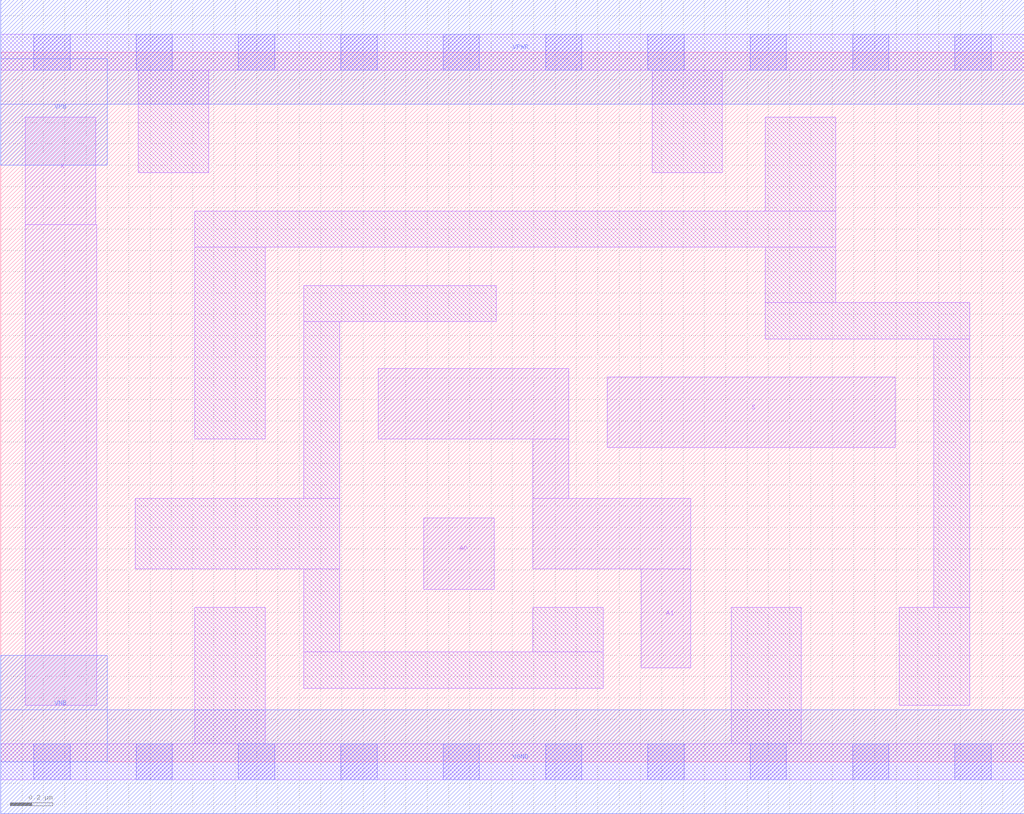
<source format=lef>
# Copyright 2020 The SkyWater PDK Authors
#
# Licensed under the Apache License, Version 2.0 (the "License");
# you may not use this file except in compliance with the License.
# You may obtain a copy of the License at
#
#     https://www.apache.org/licenses/LICENSE-2.0
#
# Unless required by applicable law or agreed to in writing, software
# distributed under the License is distributed on an "AS IS" BASIS,
# WITHOUT WARRANTIES OR CONDITIONS OF ANY KIND, either express or implied.
# See the License for the specific language governing permissions and
# limitations under the License.
#
# SPDX-License-Identifier: Apache-2.0

VERSION 5.5 ;
NAMESCASESENSITIVE ON ;
BUSBITCHARS "[]" ;
DIVIDERCHAR "/" ;
MACRO sky130_fd_sc_lp__mux2_lp2
  CLASS CORE ;
  SOURCE USER ;
  ORIGIN  0.000000  0.000000 ;
  SIZE  4.800000 BY  3.330000 ;
  SYMMETRY X Y R90 ;
  SITE unit ;
  PIN A0
    ANTENNAGATEAREA  0.313000 ;
    DIRECTION INPUT ;
    USE SIGNAL ;
    PORT
      LAYER li1 ;
        RECT 1.985000 0.810000 2.315000 1.145000 ;
    END
  END A0
  PIN A1
    ANTENNAGATEAREA  0.313000 ;
    DIRECTION INPUT ;
    USE SIGNAL ;
    PORT
      LAYER li1 ;
        RECT 1.770000 1.515000 2.665000 1.845000 ;
        RECT 2.495000 0.905000 3.235000 1.235000 ;
        RECT 2.495000 1.235000 2.665000 1.515000 ;
        RECT 3.005000 0.440000 3.235000 0.905000 ;
    END
  END A1
  PIN S
    ANTENNAGATEAREA  0.689000 ;
    DIRECTION INPUT ;
    USE SIGNAL ;
    PORT
      LAYER li1 ;
        RECT 2.845000 1.475000 4.195000 1.805000 ;
    END
  END S
  PIN X
    ANTENNADIFFAREA  0.404700 ;
    DIRECTION OUTPUT ;
    USE SIGNAL ;
    PORT
      LAYER li1 ;
        RECT 0.115000 0.265000 0.450000 2.520000 ;
        RECT 0.115000 2.520000 0.445000 3.025000 ;
    END
  END X
  PIN VGND
    DIRECTION INOUT ;
    USE GROUND ;
    PORT
      LAYER met1 ;
        RECT 0.000000 -0.245000 4.800000 0.245000 ;
    END
  END VGND
  PIN VNB
    DIRECTION INOUT ;
    USE GROUND ;
    PORT
      LAYER met1 ;
        RECT 0.000000 0.000000 0.500000 0.500000 ;
    END
  END VNB
  PIN VPB
    DIRECTION INOUT ;
    USE POWER ;
    PORT
      LAYER met1 ;
        RECT 0.000000 2.800000 0.500000 3.300000 ;
    END
  END VPB
  PIN VPWR
    DIRECTION INOUT ;
    USE POWER ;
    PORT
      LAYER met1 ;
        RECT 0.000000 3.085000 4.800000 3.575000 ;
    END
  END VPWR
  OBS
    LAYER li1 ;
      RECT 0.000000 -0.085000 4.800000 0.085000 ;
      RECT 0.000000  3.245000 4.800000 3.415000 ;
      RECT 0.630000  0.905000 1.590000 1.235000 ;
      RECT 0.645000  2.765000 0.975000 3.245000 ;
      RECT 0.910000  0.085000 1.240000 0.725000 ;
      RECT 0.910000  1.515000 1.240000 2.415000 ;
      RECT 0.910000  2.415000 3.915000 2.585000 ;
      RECT 1.420000  0.345000 2.825000 0.515000 ;
      RECT 1.420000  0.515000 1.590000 0.905000 ;
      RECT 1.420000  1.235000 1.590000 2.065000 ;
      RECT 1.420000  2.065000 2.325000 2.235000 ;
      RECT 2.495000  0.515000 2.825000 0.725000 ;
      RECT 3.055000  2.765000 3.385000 3.245000 ;
      RECT 3.425000  0.085000 3.755000 0.725000 ;
      RECT 3.585000  1.985000 4.545000 2.155000 ;
      RECT 3.585000  2.155000 3.915000 2.415000 ;
      RECT 3.585000  2.585000 3.915000 3.025000 ;
      RECT 4.215000  0.265000 4.545000 0.725000 ;
      RECT 4.375000  0.725000 4.545000 1.985000 ;
    LAYER mcon ;
      RECT 0.155000 -0.085000 0.325000 0.085000 ;
      RECT 0.155000  3.245000 0.325000 3.415000 ;
      RECT 0.635000 -0.085000 0.805000 0.085000 ;
      RECT 0.635000  3.245000 0.805000 3.415000 ;
      RECT 1.115000 -0.085000 1.285000 0.085000 ;
      RECT 1.115000  3.245000 1.285000 3.415000 ;
      RECT 1.595000 -0.085000 1.765000 0.085000 ;
      RECT 1.595000  3.245000 1.765000 3.415000 ;
      RECT 2.075000 -0.085000 2.245000 0.085000 ;
      RECT 2.075000  3.245000 2.245000 3.415000 ;
      RECT 2.555000 -0.085000 2.725000 0.085000 ;
      RECT 2.555000  3.245000 2.725000 3.415000 ;
      RECT 3.035000 -0.085000 3.205000 0.085000 ;
      RECT 3.035000  3.245000 3.205000 3.415000 ;
      RECT 3.515000 -0.085000 3.685000 0.085000 ;
      RECT 3.515000  3.245000 3.685000 3.415000 ;
      RECT 3.995000 -0.085000 4.165000 0.085000 ;
      RECT 3.995000  3.245000 4.165000 3.415000 ;
      RECT 4.475000 -0.085000 4.645000 0.085000 ;
      RECT 4.475000  3.245000 4.645000 3.415000 ;
  END
END sky130_fd_sc_lp__mux2_lp2

</source>
